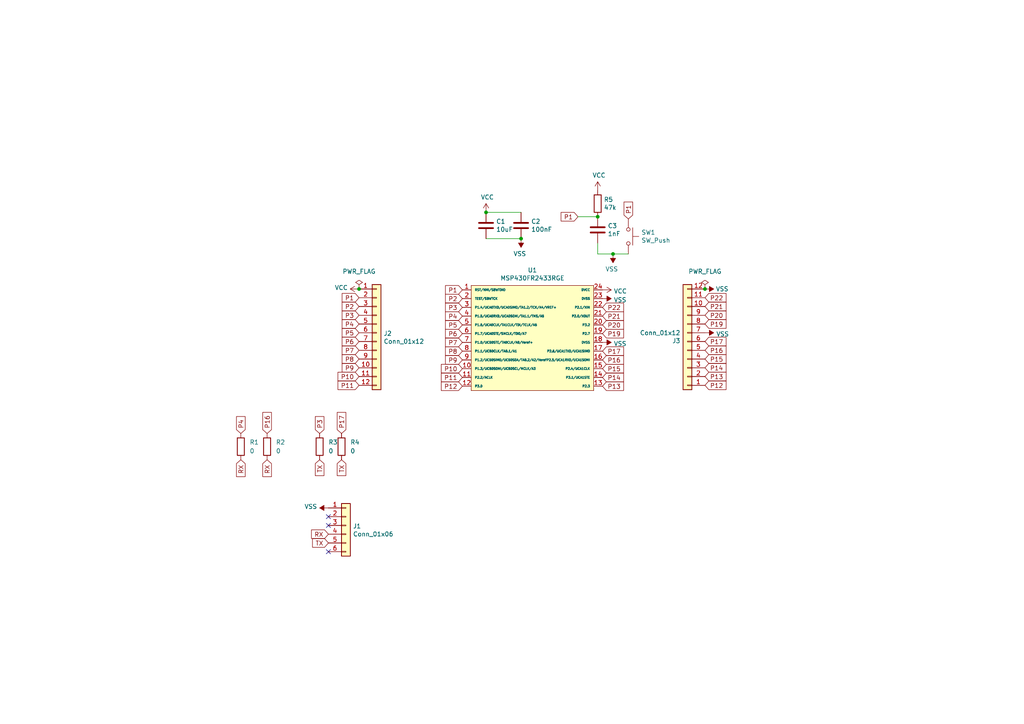
<source format=kicad_sch>
(kicad_sch (version 20230121) (generator eeschema)
  (paper "A4")
  (lib_symbols
    (symbol "Connector_Generic:Conn_01x06" (pin_names (offset 1.016) hide)
      (property "Reference" "J" (at 0 7.62 0))
      (property "Value" "Conn_01x06" (at 0 -10.16 0))
      (symbol "Conn_01x06_1_1"
        (rectangle (start -1.27 -7.493) (end 0 -7.747) (stroke (width 0.1524)))
        (rectangle (start -1.27 -4.953) (end 0 -5.207) (stroke (width 0.1524)))
        (rectangle (start -1.27 -2.413) (end 0 -2.667) (stroke (width 0.1524)))
        (rectangle (start -1.27 0.127) (end 0 -0.127) (stroke (width 0.1524)))
        (rectangle (start -1.27 2.667) (end 0 2.413) (stroke (width 0.1524)))
        (rectangle (start -1.27 5.207) (end 0 4.953) (stroke (width 0.1524)))
        (rectangle (start -1.27 6.35) (end 1.27 -8.89) (stroke (width 0.254)) (fill (type background)))
        (pin passive line (at -5.08 5.08 0) (length 3.81) (name "Pin_1") (number "1"))
        (pin passive line (at -5.08 2.54 0) (length 3.81) (name "Pin_2") (number "2"))
        (pin passive line (at -5.08 0 0) (length 3.81) (name "Pin_3") (number "3"))
        (pin passive line (at -5.08 -2.54 0) (length 3.81) (name "Pin_4") (number "4"))
        (pin passive line (at -5.08 -5.08 0) (length 3.81) (name "Pin_5") (number "5"))
        (pin passive line (at -5.08 -7.62 0) (length 3.81) (name "Pin_6") (number "6"))
      )
    )
    (symbol "Connector_Generic:Conn_01x12" (pin_names (offset 1.016) hide)
      (property "Reference" "J" (at 0 15.24 0))
      (property "Value" "Conn_01x12" (at 0 -17.78 0))
      (symbol "Conn_01x12_1_1"
        (rectangle (start -1.27 -15.113) (end 0 -15.367) (stroke (width 0.1524)))
        (rectangle (start -1.27 -12.573) (end 0 -12.827) (stroke (width 0.1524)))
        (rectangle (start -1.27 -10.033) (end 0 -10.287) (stroke (width 0.1524)))
        (rectangle (start -1.27 -7.493) (end 0 -7.747) (stroke (width 0.1524)))
        (rectangle (start -1.27 -4.953) (end 0 -5.207) (stroke (width 0.1524)))
        (rectangle (start -1.27 -2.413) (end 0 -2.667) (stroke (width 0.1524)))
        (rectangle (start -1.27 0.127) (end 0 -0.127) (stroke (width 0.1524)))
        (rectangle (start -1.27 2.667) (end 0 2.413) (stroke (width 0.1524)))
        (rectangle (start -1.27 5.207) (end 0 4.953) (stroke (width 0.1524)))
        (rectangle (start -1.27 7.747) (end 0 7.493) (stroke (width 0.1524)))
        (rectangle (start -1.27 10.287) (end 0 10.033) (stroke (width 0.1524)))
        (rectangle (start -1.27 12.827) (end 0 12.573) (stroke (width 0.1524)))
        (rectangle (start -1.27 13.97) (end 1.27 -16.51) (stroke (width 0.254)) (fill (type background)))
        (pin passive line (at -5.08 12.7 0) (length 3.81) (name "Pin_1") (number "1"))
        (pin passive line (at -5.08 -10.16 0) (length 3.81) (name "Pin_10") (number "10"))
        (pin passive line (at -5.08 -12.7 0) (length 3.81) (name "Pin_11") (number "11"))
        (pin passive line (at -5.08 -15.24 0) (length 3.81) (name "Pin_12") (number "12"))
        (pin passive line (at -5.08 10.16 0) (length 3.81) (name "Pin_2") (number "2"))
        (pin passive line (at -5.08 7.62 0) (length 3.81) (name "Pin_3") (number "3"))
        (pin passive line (at -5.08 5.08 0) (length 3.81) (name "Pin_4") (number "4"))
        (pin passive line (at -5.08 2.54 0) (length 3.81) (name "Pin_5") (number "5"))
        (pin passive line (at -5.08 0 0) (length 3.81) (name "Pin_6") (number "6"))
        (pin passive line (at -5.08 -2.54 0) (length 3.81) (name "Pin_7") (number "7"))
        (pin passive line (at -5.08 -5.08 0) (length 3.81) (name "Pin_8") (number "8"))
        (pin passive line (at -5.08 -7.62 0) (length 3.81) (name "Pin_9") (number "9"))
      )
    )
    (symbol "Device:C" (pin_numbers hide) (pin_names (offset 0.254))
      (property "Reference" "C" (at 0.635 2.54 0))
      (property "Value" "C" (at 0.635 -2.54 0))
      (symbol "C_0_1"
        (polyline (pts (xy -2.032 -0.762) (xy 2.032 -0.762)) (stroke (width 0.508)))
        (polyline (pts (xy -2.032 0.762) (xy 2.032 0.762)) (stroke (width 0.508)))
      )
      (symbol "C_1_1"
        (pin passive line (at 0 3.81 270) (length 2.794) (name "~") (number "1"))
        (pin passive line (at 0 -3.81 90) (length 2.794) (name "~") (number "2"))
      )
    )
    (symbol "Device:R" (pin_numbers hide) (pin_names (offset 0))
      (property "Reference" "R" (at 2.032 0 90))
      (property "Value" "R" (at 0 0 90))
      (symbol "R_0_1"
        (rectangle (start -1.016 -2.54) (end 1.016 2.54) (stroke (width 0.254)))
      )
      (symbol "R_1_1"
        (pin passive line (at 0 3.81 270) (length 1.27) (name "~") (number "1"))
        (pin passive line (at 0 -3.81 90) (length 1.27) (name "~") (number "2"))
      )
    )
    (symbol "MSPY-rescue:MSP430FR2433RGE-extended" (pin_names (offset 1.016))
      (property "Reference" "U" (at 5.08 -3.81 0))
      (property "Value" "MSP430FR2433RGE-extended" (at 5.08 1.27 0))
      (symbol "MSP430FR2433RGE-extended_0_1"
        (rectangle (start -12.7 -5.08) (end 22.86 -35.56) (fill (type background)))
        (pin bidirectional line (at -15.24 -13.97 0) (length 2.54) (name "P1.5/UCA0RXD/UCA0SOMI/TA1.1/TMS/A5") (number "4"))
      )
      (symbol "MSP430FR2433RGE-extended_1_1"
        (pin input line (at -15.24 -6.35 0) (length 2.54) (name "RST/NMI/SBWTDIO") (number "1"))
        (pin bidirectional line (at -15.24 -29.21 0) (length 2.54) (name "P1.3/UCB0SOMI/UCB0SCL/MCLK/A3") (number "10"))
        (pin bidirectional line (at -15.24 -31.75 0) (length 2.54) (name "P2.2/ACLK") (number "11"))
        (pin bidirectional line (at -15.24 -34.29 0) (length 2.54) (name "P3.0") (number "12"))
        (pin bidirectional line (at 25.4 -34.29 180) (length 2.54) (name "P2.3") (number "13"))
        (pin bidirectional line (at 25.4 -31.75 180) (length 2.54) (name "P3.1/UCA1STE") (number "14"))
        (pin bidirectional line (at 25.4 -29.21 180) (length 2.54) (name "P2.4/UCA1CLK") (number "15"))
        (pin bidirectional line (at 25.4 -26.67 180) (length 2.54) (name "P2.5/UCA1RXD/UCA1SOMI") (number "16"))
        (pin bidirectional line (at 25.4 -24.13 180) (length 2.54) (name "P2.6/UCA1TXD/UCA1SIMO") (number "17"))
        (pin power_in line (at 25.4 -21.59 180) (length 2.54) (name "DVSS") (number "18"))
        (pin bidirectional line (at 25.4 -19.05 180) (length 2.54) (name "P2.7") (number "19"))
        (pin input line (at -15.24 -8.89 0) (length 2.54) (name "TEST/SBWTCK") (number "2"))
        (pin bidirectional line (at 25.4 -16.51 180) (length 2.54) (name "P3.2") (number "20"))
        (pin bidirectional line (at 25.4 -13.97 180) (length 2.54) (name "P2.0/XOUT") (number "21"))
        (pin bidirectional line (at 25.4 -11.43 180) (length 2.54) (name "P2.1/XIN") (number "22"))
        (pin power_in line (at 25.4 -8.89 180) (length 2.54) (name "DVSS") (number "23"))
        (pin power_in line (at 25.4 -6.35 180) (length 2.54) (name "DVCC") (number "24"))
        (pin bidirectional line (at -15.24 -11.43 0) (length 2.54) (name "P1.4/UCA0TXD/UCA0SIMO/TA1.2/TCK/A4/VREF+") (number "3"))
        (pin bidirectional line (at -15.24 -16.51 0) (length 2.54) (name "P1.6/UCA0CLK/TA1CLK/TDI/TCLK/A6") (number "5"))
        (pin bidirectional line (at -15.24 -19.05 0) (length 2.54) (name "P1.7/UCA0STE/SMCLK/TDO/A7") (number "6"))
        (pin bidirectional line (at -15.24 -21.59 0) (length 2.54) (name "P1.0/UCB0STE/TA0CLK/A0/Veref+") (number "7"))
        (pin bidirectional line (at -15.24 -24.13 0) (length 2.54) (name "P1.1/UCB0CLK/TA0.1/A1") (number "8"))
        (pin bidirectional line (at -15.24 -26.67 0) (length 2.54) (name "P1.2/UCB0SIMO/UCB0SDA/TA0.2/A2/Veref") (number "9"))
      )
    )
    (symbol "Switch:SW_Push" (pin_numbers hide) (pin_names (offset 1.016) hide)
      (property "Reference" "SW" (at 1.27 2.54 0))
      (property "Value" "SW_Push" (at 0 -1.524 0))
      (symbol "SW_Push_0_1"
        (circle (center -2.032 0) (radius 0.508))
        (polyline (pts (xy 0 1.27) (xy 0 3.048)))
        (polyline (pts (xy 2.54 1.27) (xy -2.54 1.27)))
        (circle (center 2.032 0) (radius 0.508))
        (pin passive line (at -5.08 0 0) (length 2.54) (name "1") (number "1"))
        (pin passive line (at 5.08 0 180) (length 2.54) (name "2") (number "2"))
      )
    )
    (symbol "power:PWR_FLAG" (power) (pin_numbers hide) (pin_names (offset 0) hide)
      (property "Value" "PWR_FLAG" (at 0 3.81 0))
      (symbol "PWR_FLAG_0_0"
        (pin power_out line (at 0 0 90) (length 0) (name "pwr") (number "1"))
      )
      (symbol "PWR_FLAG_0_1"
        (polyline (pts (xy 0 0) (xy 0 1.27) (xy -1.016 1.905) (xy 0 2.54) (xy 1.016 1.905) (xy 0 1.27)))
      )
    )
    (symbol "power:VCC" (power) (pin_names (offset 0))
      (property "Value" "VCC" (at 0 3.81 0))
      (symbol "VCC_0_1"
        (polyline (pts (xy -0.762 1.27) (xy 0 2.54)))
        (polyline (pts (xy 0 0) (xy 0 2.54)))
        (polyline (pts (xy 0 2.54) (xy 0.762 1.27)))
      )
      (symbol "VCC_1_1"
        (pin power_in line (at 0 0 90) (length 0) hide (name "VCC") (number "1"))
      )
    )
    (symbol "power:VSS" (power) (pin_names (offset 0))
      (property "Value" "VSS" (at 0 3.81 0))
      (symbol "VSS_0_1"
        (polyline (pts (xy 0 0) (xy 0 2.54)))
        (polyline (pts (xy 0.762 1.27) (xy -0.762 1.27) (xy 0 2.54) (xy 0.762 1.27)) (fill (type outline)))
      )
      (symbol "VSS_1_1"
        (pin power_in line (at 0 0 90) (length 0) hide (name "VSS") (number "1"))
      )
    )
  )
  (junction (at 177.8 73.66))
  (junction (at 140.97 61.595))
  (junction (at 173.355 62.865))
  (junction (at 151.13 69.215))
  (junction (at 104.14 83.82))
  (junction (at 204.47 83.82))
  (no_connect (at 95.25 149.86))
  (no_connect (at 95.25 152.4))
  (no_connect (at 95.25 160.02))
  (wire (pts (xy 140.97 69.215) (xy 151.13 69.215)))
  (wire (pts (xy 173.355 73.66) (xy 173.355 70.485)))
  (wire (pts (xy 151.13 61.595) (xy 140.97 61.595)))
  (wire (pts (xy 173.355 62.865) (xy 167.64 62.865)))
  (wire (pts (xy 182.245 73.66) (xy 177.8 73.66)))
  (wire (pts (xy 177.8 73.66) (xy 173.355 73.66)))
  (global_label "P16" (shape input) (at 77.47 125.73 90) (property "Intersheetrefs" "${INTERSHEET_REFS}" (effects hide)))
  (global_label "RX" (shape input) (at 69.85 133.35 270) (property "Intersheetrefs" "${INTERSHEET_REFS}" (effects hide)))
  (global_label "TX" (shape input) (at 92.71 133.35 270) (property "Intersheetrefs" "${INTERSHEET_REFS}" (effects hide)))
  (global_label "TX" (shape input) (at 99.06 133.35 270) (property "Intersheetrefs" "${INTERSHEET_REFS}" (effects hide)))
  (global_label "RX" (shape input) (at 95.25 154.94 180) (property "Intersheetrefs" "${INTERSHEET_REFS}" (effects hide)))
  (global_label "P21" (shape input) (at 174.752 91.694 0) (property "Intersheetrefs" "${INTERSHEET_REFS}" (effects hide)))
  (global_label "P8" (shape input) (at 134.112 101.854 180) (property "Intersheetrefs" "${INTERSHEET_REFS}" (effects hide)))
  (global_label "P11" (shape input) (at 104.14 111.76 180) (property "Intersheetrefs" "${INTERSHEET_REFS}" (effects hide)))
  (global_label "P1" (shape input) (at 104.14 86.36 180) (property "Intersheetrefs" "${INTERSHEET_REFS}" (effects hide)))
  (global_label "P3" (shape input) (at 134.112 89.154 180) (property "Intersheetrefs" "${INTERSHEET_REFS}" (effects hide)))
  (global_label "P1" (shape input) (at 182.245 63.5 90) (property "Intersheetrefs" "${INTERSHEET_REFS}" (effects hide)))
  (global_label "P17" (shape input) (at 174.752 101.854 0) (property "Intersheetrefs" "${INTERSHEET_REFS}" (effects hide)))
  (global_label "P20" (shape input) (at 174.752 94.234 0) (property "Intersheetrefs" "${INTERSHEET_REFS}" (effects hide)))
  (global_label "P5" (shape input) (at 104.14 96.52 180) (property "Intersheetrefs" "${INTERSHEET_REFS}" (effects hide)))
  (global_label "P11" (shape input) (at 134.112 109.474 180) (property "Intersheetrefs" "${INTERSHEET_REFS}" (effects hide)))
  (global_label "P8" (shape input) (at 104.14 104.14 180) (property "Intersheetrefs" "${INTERSHEET_REFS}" (effects hide)))
  (global_label "P4" (shape input) (at 69.85 125.73 90) (property "Intersheetrefs" "${INTERSHEET_REFS}" (effects hide)))
  (global_label "P4" (shape input) (at 104.14 93.98 180) (property "Intersheetrefs" "${INTERSHEET_REFS}" (effects hide)))
  (global_label "P16" (shape input) (at 174.752 104.394 0) (property "Intersheetrefs" "${INTERSHEET_REFS}" (effects hide)))
  (global_label "P5" (shape input) (at 134.112 94.234 180) (property "Intersheetrefs" "${INTERSHEET_REFS}" (effects hide)))
  (global_label "P14" (shape input) (at 204.47 106.68 0) (property "Intersheetrefs" "${INTERSHEET_REFS}" (effects hide)))
  (global_label "P10" (shape input) (at 104.14 109.22 180) (property "Intersheetrefs" "${INTERSHEET_REFS}" (effects hide)))
  (global_label "P1" (shape input) (at 167.64 62.865 180) (property "Intersheetrefs" "${INTERSHEET_REFS}" (effects hide)))
  (global_label "P15" (shape input) (at 174.752 106.934 0) (property "Intersheetrefs" "${INTERSHEET_REFS}" (effects hide)))
  (global_label "P13" (shape input) (at 174.752 112.014 0) (property "Intersheetrefs" "${INTERSHEET_REFS}" (effects hide)))
  (global_label "RX" (shape input) (at 77.47 133.35 270) (property "Intersheetrefs" "${INTERSHEET_REFS}" (effects hide)))
  (global_label "P6" (shape input) (at 134.112 96.774 180) (property "Intersheetrefs" "${INTERSHEET_REFS}" (effects hide)))
  (global_label "P17" (shape input) (at 99.06 125.73 90) (property "Intersheetrefs" "${INTERSHEET_REFS}" (effects hide)))
  (global_label "P6" (shape input) (at 104.14 99.06 180) (property "Intersheetrefs" "${INTERSHEET_REFS}" (effects hide)))
  (global_label "P16" (shape input) (at 204.47 101.6 0) (property "Intersheetrefs" "${INTERSHEET_REFS}" (effects hide)))
  (global_label "P9" (shape input) (at 134.112 104.394 180) (property "Intersheetrefs" "${INTERSHEET_REFS}" (effects hide)))
  (global_label "P7" (shape input) (at 134.112 99.314 180) (property "Intersheetrefs" "${INTERSHEET_REFS}" (effects hide)))
  (global_label "P3" (shape input) (at 92.71 125.73 90) (property "Intersheetrefs" "${INTERSHEET_REFS}" (effects hide)))
  (global_label "P9" (shape input) (at 104.14 106.68 180) (property "Intersheetrefs" "${INTERSHEET_REFS}" (effects hide)))
  (global_label "P4" (shape input) (at 134.112 91.694 180) (property "Intersheetrefs" "${INTERSHEET_REFS}" (effects hide)))
  (global_label "P12" (shape input) (at 134.112 112.014 180) (property "Intersheetrefs" "${INTERSHEET_REFS}" (effects hide)))
  (global_label "P22" (shape input) (at 174.752 89.154 0) (property "Intersheetrefs" "${INTERSHEET_REFS}" (effects hide)))
  (global_label "P7" (shape input) (at 104.14 101.6 180) (property "Intersheetrefs" "${INTERSHEET_REFS}" (effects hide)))
  (global_label "P3" (shape input) (at 104.14 91.44 180) (property "Intersheetrefs" "${INTERSHEET_REFS}" (effects hide)))
  (global_label "P20" (shape input) (at 204.47 91.44 0) (property "Intersheetrefs" "${INTERSHEET_REFS}" (effects hide)))
  (global_label "P17" (shape input) (at 204.47 99.06 0) (property "Intersheetrefs" "${INTERSHEET_REFS}" (effects hide)))
  (global_label "P1" (shape input) (at 134.112 84.074 180) (property "Intersheetrefs" "${INTERSHEET_REFS}" (effects hide)))
  (global_label "P19" (shape input) (at 174.752 96.774 0) (property "Intersheetrefs" "${INTERSHEET_REFS}" (effects hide)))
  (global_label "P22" (shape input) (at 204.47 86.36 0) (property "Intersheetrefs" "${INTERSHEET_REFS}" (effects hide)))
  (global_label "TX" (shape input) (at 95.25 157.48 180) (property "Intersheetrefs" "${INTERSHEET_REFS}" (effects hide)))
  (global_label "P10" (shape input) (at 134.112 106.934 180) (property "Intersheetrefs" "${INTERSHEET_REFS}" (effects hide)))
  (global_label "P2" (shape input) (at 104.14 88.9 180) (property "Intersheetrefs" "${INTERSHEET_REFS}" (effects hide)))
  (global_label "P14" (shape input) (at 174.752 109.474 0) (property "Intersheetrefs" "${INTERSHEET_REFS}" (effects hide)))
  (global_label "P13" (shape input) (at 204.47 109.22 0) (property "Intersheetrefs" "${INTERSHEET_REFS}" (effects hide)))
  (global_label "P19" (shape input) (at 204.47 93.98 0) (property "Intersheetrefs" "${INTERSHEET_REFS}" (effects hide)))
  (global_label "P21" (shape input) (at 204.47 88.9 0) (property "Intersheetrefs" "${INTERSHEET_REFS}" (effects hide)))
  (global_label "P12" (shape input) (at 204.47 111.76 0) (property "Intersheetrefs" "${INTERSHEET_REFS}" (effects hide)))
  (global_label "P2" (shape input) (at 134.112 86.614 180) (property "Intersheetrefs" "${INTERSHEET_REFS}" (effects hide)))
  (global_label "P15" (shape input) (at 204.47 104.14 0) (property "Intersheetrefs" "${INTERSHEET_REFS}" (effects hide)))
  (symbol (lib_id "MSPY-rescue:MSP430FR2433RGE-extended") (at 149.352 77.724 0) (unit 1)
    (property "Reference" "U1" (at 154.432 78.359 0))
    (property "Value" "MSP430FR2433RGE" (at 154.432 80.6704 0))
    (property "Footprint" "Package_DFN_QFN:VQFN-24-1EP_4x4mm_P0.5mm_EP2.45x2.45mm" (effects hide))
  )
  (symbol (lib_id "Connector_Generic:Conn_01x12") (at 109.22 96.52 0) (unit 1)
    (property "Reference" "J2" (at 111.252 96.7232 0) (effects (justify left)))
    (property "Value" "Conn_01x12" (at 111.252 99.0346 0) (effects (justify left)))
    (property "Footprint" "Connector_PinHeader_2.54mm:PinHeader_1x12_P2.54mm_Vertical" (effects hide))
  )
  (symbol (lib_id "Connector_Generic:Conn_01x12") (at 199.39 99.06 180) (unit 1)
    (property "Reference" "J3" (at 197.358 98.8568 0) (effects (justify left)))
    (property "Value" "Conn_01x12" (at 197.358 96.5454 0) (effects (justify left)))
    (property "Footprint" "Connector_PinHeader_2.54mm:PinHeader_1x12_P2.54mm_Vertical" (effects hide))
  )
  (symbol (lib_id "Connector_Generic:Conn_01x06") (at 100.33 152.4 0) (unit 1)
    (property "Reference" "J1" (at 102.362 152.6032 0) (effects (justify left)))
    (property "Value" "Conn_01x06" (at 102.362 154.9146 0) (effects (justify left)))
    (property "Footprint" "Connector_PinHeader_2.54mm:PinHeader_1x06_P2.54mm_Horizontal" (effects hide))
  )
  (symbol (lib_id "power:VSS") (at 204.47 83.82 270) (unit 1)
    (property "Reference" "#PWR010" (effects hide))
    (property "Value" "VSS" (at 207.5942 83.82 90) (effects (justify left)))
  )
  (symbol (lib_id "power:VSS") (at 174.752 86.614 270) (unit 1)
    (property "Reference" "#PWR07" (effects hide))
    (property "Value" "VSS" (at 178.0032 86.995 90) (effects (justify left)))
  )
  (symbol (lib_id "power:VSS") (at 95.25 147.32 90) (unit 1)
    (property "Reference" "#PWR01" (effects hide))
    (property "Value" "VSS" (at 91.9988 146.939 90) (effects (justify left)))
  )
  (symbol (lib_id "power:VSS") (at 204.47 96.52 270) (unit 1)
    (property "Reference" "#PWR011" (effects hide))
    (property "Value" "VSS" (at 207.7212 96.901 90) (effects (justify left)))
  )
  (symbol (lib_id "power:VSS") (at 174.752 99.314 270) (unit 1)
    (property "Reference" "#PWR08" (effects hide))
    (property "Value" "VSS" (at 178.0032 99.695 90) (effects (justify left)))
  )
  (symbol (lib_id "power:VCC") (at 174.752 84.074 270) (unit 1)
    (property "Reference" "#PWR06" (effects hide))
    (property "Value" "VCC" (at 178.0032 84.455 90) (effects (justify left)))
  )
  (symbol (lib_id "power:VCC") (at 104.14 83.82 90) (unit 1)
    (property "Reference" "#PWR02" (effects hide))
    (property "Value" "VCC" (at 100.9142 83.439 90) (effects (justify left)))
  )
  (symbol (lib_id "Device:C") (at 140.97 65.405 0) (unit 1)
    (property "Reference" "C1" (at 143.891 64.2366 0) (effects (justify left)))
    (property "Value" "10uF" (at 143.891 66.548 0) (effects (justify left)))
    (property "Footprint" "Capacitor_SMD:C_0603_1608Metric_Pad1.05x0.95mm_HandSolder" (effects hide))
  )
  (symbol (lib_id "Device:C") (at 151.13 65.405 0) (unit 1)
    (property "Reference" "C2" (at 154.051 64.2366 0) (effects (justify left)))
    (property "Value" "100nF" (at 154.051 66.548 0) (effects (justify left)))
    (property "Footprint" "Capacitor_SMD:C_0603_1608Metric_Pad1.05x0.95mm_HandSolder" (effects hide))
  )
  (symbol (lib_id "power:VSS") (at 151.13 69.215 180) (unit 1)
    (property "Reference" "#PWR04" (effects hide))
    (property "Value" "VSS" (at 150.749 73.6092 0))
  )
  (symbol (lib_id "power:VCC") (at 140.97 61.595 0) (unit 1)
    (property "Reference" "#PWR03" (effects hide))
    (property "Value" "VCC" (at 141.351 57.2008 0))
  )
  (symbol (lib_id "Device:C") (at 173.355 66.675 0) (unit 1)
    (property "Reference" "C3" (at 176.276 65.5066 0) (effects (justify left)))
    (property "Value" "1nF" (at 176.276 67.818 0) (effects (justify left)))
    (property "Footprint" "Capacitor_SMD:C_0603_1608Metric_Pad1.05x0.95mm_HandSolder" (effects hide))
  )
  (symbol (lib_id "Device:R") (at 173.355 59.055 0) (unit 1)
    (property "Reference" "R5" (at 175.133 57.8866 0) (effects (justify left)))
    (property "Value" "47k" (at 175.133 60.198 0) (effects (justify left)))
    (property "Footprint" "Resistor_SMD:R_0603_1608Metric_Pad0.98x0.95mm_HandSolder" (effects hide))
  )
  (symbol (lib_id "Switch:SW_Push") (at 182.245 68.58 270) (unit 1)
    (property "Reference" "SW1" (at 186.0042 67.4116 90) (effects (justify left)))
    (property "Value" "SW_Push" (at 186.0042 69.723 90) (effects (justify left)))
    (property "Footprint" "Button_Switch_THT:SW_PUSH_6mm_H5mm" (effects hide))
  )
  (symbol (lib_id "power:VSS") (at 177.8 73.66 180) (unit 1)
    (property "Reference" "#PWR09" (effects hide))
    (property "Value" "VSS" (at 177.419 78.0542 0))
  )
  (symbol (lib_id "power:VCC") (at 173.355 55.245 0) (unit 1)
    (property "Reference" "#PWR05" (effects hide))
    (property "Value" "VCC" (at 173.736 50.8508 0))
  )
  (symbol (lib_id "power:PWR_FLAG") (at 204.47 83.82 0) (unit 1)
    (property "Reference" "#FLG0102" (effects hide))
    (property "Value" "PWR_FLAG" (at 204.47 78.74 0))
  )
  (symbol (lib_id "Device:R") (at 92.71 129.54 0) (unit 1)
    (property "Reference" "R3" (at 95.25 128.2699 0) (effects (justify left)))
    (property "Value" "0" (at 95.25 130.8099 0) (effects (justify left)))
    (property "Footprint" "Resistor_SMD:R_0603_1608Metric_Pad0.98x0.95mm_HandSolder" (effects hide))
  )
  (symbol (lib_id "Device:R") (at 99.06 129.54 0) (unit 1)
    (property "Reference" "R4" (at 101.6 128.2699 0) (effects (justify left)))
    (property "Value" "0" (at 101.6 130.8099 0) (effects (justify left)))
    (property "Footprint" "Resistor_SMD:R_0603_1608Metric_Pad0.98x0.95mm_HandSolder" (effects hide))
  )
  (symbol (lib_id "Device:R") (at 77.47 129.54 0) (unit 1)
    (property "Reference" "R2" (at 80.01 128.2699 0) (effects (justify left)))
    (property "Value" "0" (at 80.01 130.8099 0) (effects (justify left)))
    (property "Footprint" "Resistor_SMD:R_0603_1608Metric_Pad0.98x0.95mm_HandSolder" (effects hide))
  )
  (symbol (lib_id "Device:R") (at 69.85 129.54 0) (unit 1)
    (property "Reference" "R1" (at 72.39 128.2699 0) (effects (justify left)))
    (property "Value" "0" (at 72.39 130.8099 0) (effects (justify left)))
    (property "Footprint" "Resistor_SMD:R_0603_1608Metric_Pad0.98x0.95mm_HandSolder" (effects hide))
  )
  (symbol (lib_id "power:PWR_FLAG") (at 104.14 83.82 0) (unit 1)
    (property "Reference" "#FLG0101" (effects hide))
    (property "Value" "PWR_FLAG" (at 104.14 78.74 0))
  )
)
</source>
